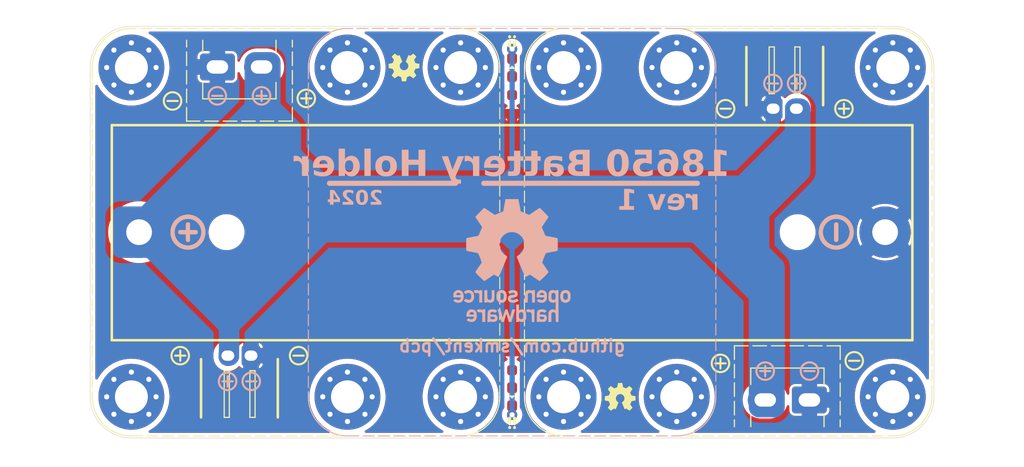
<source format=kicad_pcb>
(kicad_pcb (version 20240108) (generator "pcbnew") (generator_version "8.0")
  (layers (0 "F.Cu" signal) (31 "B.Cu" signal) (34 "B.Paste" user) (35 "F.Paste" user) (36 "B.SilkS" user "B.Silkscreen") (37 "F.SilkS" user "F.Silkscreen") (38 "B.Mask" user) (39 "F.Mask" user) (44 "Edge.Cuts" user))
  (net 0 "")
  (net 1 "B+")
  (net 2 "B-")
  (net 3 "Net-(LED1-A)")
  (net 4 "Net-(LED2-A)")
  (footprint "MountingHole:MountingHole_3.2mm_M3_Pad_Via" (layer "F.Cu") (at 207 44)
    (property "Reference" "REF**" (hide yes))
    (property "Value" "MountingHole_3.2mm_M3_Pad_Via")
    (pad "1" thru_hole circle (at -2.4 0) (size 0.8 0.8) (drill 0.5) (layers "*.Cu" "*.Mask"))
    (pad "1" thru_hole circle (at -1.697056 -1.697056) (size 0.8 0.8) (drill 0.5) (layers "*.Cu" "*.Mask"))
    (pad "1" thru_hole circle (at -1.697056 1.697056) (size 0.8 0.8) (drill 0.5) (layers "*.Cu" "*.Mask"))
    (pad "1" thru_hole circle (at 0 -2.4) (size 0.8 0.8) (drill 0.5) (layers "*.Cu" "*.Mask"))
    (pad "1" thru_hole circle (at 0 0) (size 6.4 6.4) (drill 3.2) (layers "*.Cu" "*.Mask"))
    (pad "1" thru_hole circle (at 0 2.4) (size 0.8 0.8) (drill 0.5) (layers "*.Cu" "*.Mask"))
    (pad "1" thru_hole circle (at 1.697056 -1.697056) (size 0.8 0.8) (drill 0.5) (layers "*.Cu" "*.Mask"))
    (pad "1" thru_hole circle (at 1.697056 1.697056) (size 0.8 0.8) (drill 0.5) (layers "*.Cu" "*.Mask"))
    (pad "1" thru_hole circle (at 2.4 0) (size 0.8 0.8) (drill 0.5) (layers "*.Cu" "*.Mask"))
  )
  (footprint "custom:R_0603_1608Metric_Pad0.98x0.95mm_HandSolder_simple" (layer "F.Cu") (at 170 47.5875 -90)
    (property "Reference" "R2" (hide yes))
    (property "Value" "5K1")
    (pad "1" smd roundrect (at -0.9125 0 270) (size 0.975 0.95) (layers "F.Cu" "F.Paste" "F.Mask") (net 4 "Net-(LED2-A)"))
    (pad "2" smd roundrect (at 0.9125 0 270) (size 0.975 0.95) (layers "F.Cu" "F.Paste" "F.Mask") (net 2 "B-"))
  )
  (footprint "graphics:oshw-logo-3mm" (layer "F.Cu") (at 180.5 76)
    (property "Reference" "G***" (hide yes))
    (property "Value" "LOGO" (hide yes))
  )
  (footprint "MountingHole:MountingHole_3.2mm_M3_Pad_Via" (layer "F.Cu") (at 175 76)
    (property "Reference" "REF**" (hide yes))
    (property "Value" "MountingHole_3.2mm_M3_Pad_Via")
    (pad "1" thru_hole circle (at -2.4 0) (size 0.8 0.8) (drill 0.5) (layers "*.Cu" "*.Mask"))
    (pad "1" thru_hole circle (at -1.697056 -1.697056) (size 0.8 0.8) (drill 0.5) (layers "*.Cu" "*.Mask"))
    (pad "1" thru_hole circle (at -1.697056 1.697056) (size 0.8 0.8) (drill 0.5) (layers "*.Cu" "*.Mask"))
    (pad "1" thru_hole circle (at 0 -2.4) (size 0.8 0.8) (drill 0.5) (layers "*.Cu" "*.Mask"))
    (pad "1" thru_hole circle (at 0 0) (size 6.4 6.4) (drill 3.2) (layers "*.Cu" "*.Mask"))
    (pad "1" thru_hole circle (at 0 2.4) (size 0.8 0.8) (drill 0.5) (layers "*.Cu" "*.Mask"))
    (pad "1" thru_hole circle (at 1.697056 -1.697056) (size 0.8 0.8) (drill 0.5) (layers "*.Cu" "*.Mask"))
    (pad "1" thru_hole circle (at 1.697056 1.697056) (size 0.8 0.8) (drill 0.5) (layers "*.Cu" "*.Mask"))
    (pad "1" thru_hole circle (at 2.4 0) (size 0.8 0.8) (drill 0.5) (layers "*.Cu" "*.Mask"))
  )
  (footprint "MountingHole:MountingHole_3.2mm_M3_Pad_Via" (layer "F.Cu") (at 165 44)
    (property "Reference" "REF**" (hide yes))
    (property "Value" "MountingHole_3.2mm_M3_Pad_Via")
    (pad "1" thru_hole circle (at -2.4 0) (size 0.8 0.8) (drill 0.5) (layers "*.Cu" "*.Mask"))
    (pad "1" thru_hole circle (at -1.697056 -1.697056) (size 0.8 0.8) (drill 0.5) (layers "*.Cu" "*.Mask"))
    (pad "1" thru_hole circle (at -1.697056 1.697056) (size 0.8 0.8) (drill 0.5) (layers "*.Cu" "*.Mask"))
    (pad "1" thru_hole circle (at 0 -2.4) (size 0.8 0.8) (drill 0.5) (layers "*.Cu" "*.Mask"))
    (pad "1" thru_hole circle (at 0 0) (size 6.4 6.4) (drill 3.2) (layers "*.Cu" "*.Mask"))
    (pad "1" thru_hole circle (at 0 2.4) (size 0.8 0.8) (drill 0.5) (layers "*.Cu" "*.Mask"))
    (pad "1" thru_hole circle (at 1.697056 -1.697056) (size 0.8 0.8) (drill 0.5) (layers "*.Cu" "*.Mask"))
    (pad "1" thru_hole circle (at 1.697056 1.697056) (size 0.8 0.8) (drill 0.5) (layers "*.Cu" "*.Mask"))
    (pad "1" thru_hole circle (at 2.4 0) (size 0.8 0.8) (drill 0.5) (layers "*.Cu" "*.Mask"))
  )
  (footprint "custom:Conn_Combo_JST-1x02-XH_PH-THT-pad2gnd" (layer "F.Cu") (at 196.5 48 180)
    (property "Reference" "J2" (hide yes))
    (property "Value" "JST XH/PH")
    (pad "1" thru_hole oval (at -1.125 0 180) (size 1.8 2) (drill oval 1.25 1) (layers "*.Cu" "*.Mask") (net 1 "B+"))
    (pad "2" thru_hole roundrect (at 1.125 0 180) (size 1.8 2) (drill oval 1.25 1) (layers "*.Cu" "*.Mask") (roundrect_rratio 0.1388888889) (net 2 "B-"))
  )
  (footprint "MountingHole:MountingHole_3.2mm_M3_Pad_Via" (layer "F.Cu") (at 175 44)
    (property "Reference" "REF**" (hide yes))
    (property "Value" "MountingHole_3.2mm_M3_Pad_Via")
    (pad "1" thru_hole circle (at -2.4 0) (size 0.8 0.8) (drill 0.5) (layers "*.Cu" "*.Mask"))
    (pad "1" thru_hole circle (at -1.697056 -1.697056) (size 0.8 0.8) (drill 0.5) (layers "*.Cu" "*.Mask"))
    (pad "1" thru_hole circle (at -1.697056 1.697056) (size 0.8 0.8) (drill 0.5) (layers "*.Cu" "*.Mask"))
    (pad "1" thru_hole circle (at 0 -2.4) (size 0.8 0.8) (drill 0.5) (layers "*.Cu" "*.Mask"))
    (pad "1" thru_hole circle (at 0 0) (size 6.4 6.4) (drill 3.2) (layers "*.Cu" "*.Mask"))
    (pad "1" thru_hole circle (at 0 2.4) (size 0.8 0.8) (drill 0.5) (layers "*.Cu" "*.Mask"))
    (pad "1" thru_hole circle (at 1.697056 -1.697056) (size 0.8 0.8) (drill 0.5) (layers "*.Cu" "*.Mask"))
    (pad "1" thru_hole circle (at 1.697056 1.697056) (size 0.8 0.8) (drill 0.5) (layers "*.Cu" "*.Mask"))
    (pad "1" thru_hole circle (at 2.4 0) (size 0.8 0.8) (drill 0.5) (layers "*.Cu" "*.Mask"))
  )
  (footprint "MountingHole:MountingHole_3.2mm_M3_Pad_Via" (layer "F.Cu") (at 154 44)
    (property "Reference" "REF**" (hide yes))
    (property "Value" "MountingHole_3.2mm_M3_Pad_Via")
    (pad "1" thru_hole circle (at -2.4 0) (size 0.8 0.8) (drill 0.5) (layers "*.Cu" "*.Mask"))
    (pad "1" thru_hole circle (at -1.697056 -1.697056) (size 0.8 0.8) (drill 0.5) (layers "*.Cu" "*.Mask"))
    (pad "1" thru_hole circle (at -1.697056 1.697056) (size 0.8 0.8) (drill 0.5) (layers "*.Cu" "*.Mask"))
    (pad "1" thru_hole circle (at 0 -2.4) (size 0.8 0.8) (drill 0.5) (layers "*.Cu" "*.Mask"))
    (pad "1" thru_hole circle (at 0 0) (size 6.4 6.4) (drill 3.2) (layers "*.Cu" "*.Mask"))
    (pad "1" thru_hole circle (at 0 2.4) (size 0.8 0.8) (drill 0.5) (layers "*.Cu" "*.Mask"))
    (pad "1" thru_hole circle (at 1.697056 -1.697056) (size 0.8 0.8) (drill 0.5) (layers "*.Cu" "*.Mask"))
    (pad "1" thru_hole circle (at 1.697056 1.697056) (size 0.8 0.8) (drill 0.5) (layers "*.Cu" "*.Mask"))
    (pad "1" thru_hole circle (at 2.4 0) (size 0.8 0.8) (drill 0.5) (layers "*.Cu" "*.Mask"))
  )
  (footprint "custom:LED_0603_1608Metric_Pad1.05x0.95mm_HandSolder_simple" (layer "F.Cu") (at 170 76 90)
    (property "Reference" "LED1" (hide yes))
    (property "Value" "Red")
    (pad "1" smd roundrect (at -0.875 0 90) (size 1.05 0.95) (layers "F.Cu" "F.Paste" "F.Mask") (net 1 "B+"))
    (pad "2" smd roundrect (at 0.875 0 90) (size 1.05 0.95) (layers "F.Cu" "F.Paste" "F.Mask") (net 3 "Net-(LED1-A)"))
  )
  (footprint "MountingHole:MountingHole_3.2mm_M3_Pad_Via" (layer "F.Cu") (at 133 76)
    (property "Reference" "REF**" (hide yes))
    (property "Value" "MountingHole_3.2mm_M3_Pad_Via")
    (pad "1" thru_hole circle (at -2.4 0) (size 0.8 0.8) (drill 0.5) (layers "*.Cu" "*.Mask"))
    (pad "1" thru_hole circle (at -1.697056 -1.697056) (size 0.8 0.8) (drill 0.5) (layers "*.Cu" "*.Mask"))
    (pad "1" thru_hole circle (at -1.697056 1.697056) (size 0.8 0.8) (drill 0.5) (layers "*.Cu" "*.Mask"))
    (pad "1" thru_hole circle (at 0 -2.4) (size 0.8 0.8) (drill 0.5) (layers "*.Cu" "*.Mask"))
    (pad "1" thru_hole circle (at 0 0) (size 6.4 6.4) (drill 3.2) (layers "*.Cu" "*.Mask"))
    (pad "1" thru_hole circle (at 0 2.4) (size 0.8 0.8) (drill 0.5) (layers "*.Cu" "*.Mask"))
    (pad "1" thru_hole circle (at 1.697056 -1.697056) (size 0.8 0.8) (drill 0.5) (layers "*.Cu" "*.Mask"))
    (pad "1" thru_hole circle (at 1.697056 1.697056) (size 0.8 0.8) (drill 0.5) (layers "*.Cu" "*.Mask"))
    (pad "1" thru_hole circle (at 2.4 0) (size 0.8 0.8) (drill 0.5) (layers "*.Cu" "*.Mask"))
  )
  (footprint "MountingHole:MountingHole_3.2mm_M3_Pad_Via" (layer "F.Cu") (at 186 76)
    (property "Reference" "REF**" (hide yes))
    (property "Value" "MountingHole_3.2mm_M3_Pad_Via")
    (pad "1" thru_hole circle (at -2.4 0) (size 0.8 0.8) (drill 0.5) (layers "*.Cu" "*.Mask"))
    (pad "1" thru_hole circle (at -1.697056 -1.697056) (size 0.8 0.8) (drill 0.5) (layers "*.Cu" "*.Mask"))
    (pad "1" thru_hole circle (at -1.697056 1.697056) (size 0.8 0.8) (drill 0.5) (layers "*.Cu" "*.Mask"))
    (pad "1" thru_hole circle (at 0 -2.4) (size 0.8 0.8) (drill 0.5) (layers "*.Cu" "*.Mask"))
    (pad "1" thru_hole circle (at 0 0) (size 6.4 6.4) (drill 3.2) (layers "*.Cu" "*.Mask"))
    (pad "1" thru_hole circle (at 0 2.4) (size 0.8 0.8) (drill 0.5) (layers "*.Cu" "*.Mask"))
    (pad "1" thru_hole circle (at 1.697056 -1.697056) (size 0.8 0.8) (drill 0.5) (layers "*.Cu" "*.Mask"))
    (pad "1" thru_hole circle (at 1.697056 1.697056) (size 0.8 0.8) (drill 0.5) (layers "*.Cu" "*.Mask"))
    (pad "1" thru_hole circle (at 2.4 0) (size 0.8 0.8) (drill 0.5) (layers "*.Cu" "*.Mask"))
  )
  (footprint "MountingHole:MountingHole_3.2mm_M3_Pad_Via" (layer "F.Cu") (at 165 76)
    (property "Reference" "REF**" (hide yes))
    (property "Value" "MountingHole_3.2mm_M3_Pad_Via")
    (pad "1" thru_hole circle (at -2.4 0) (size 0.8 0.8) (drill 0.5) (layers "*.Cu" "*.Mask"))
    (pad "1" thru_hole circle (at -1.697056 -1.697056) (size 0.8 0.8) (drill 0.5) (layers "*.Cu" "*.Mask"))
    (pad "1" thru_hole circle (at -1.697056 1.697056) (size 0.8 0.8) (drill 0.5) (layers "*.Cu" "*.Mask"))
    (pad "1" thru_hole circle (at 0 -2.4) (size 0.8 0.8) (drill 0.5) (layers "*.Cu" "*.Mask"))
    (pad "1" thru_hole circle (at 0 0) (size 6.4 6.4) (drill 3.2) (layers "*.Cu" "*.Mask"))
    (pad "1" thru_hole circle (at 0 2.4) (size 0.8 0.8) (drill 0.5) (layers "*.Cu" "*.Mask"))
    (pad "1" thru_hole circle (at 1.697056 -1.697056) (size 0.8 0.8) (drill 0.5) (layers "*.Cu" "*.Mask"))
    (pad "1" thru_hole circle (at 1.697056 1.697056) (size 0.8 0.8) (drill 0.5) (layers "*.Cu" "*.Mask"))
    (pad "1" thru_hole circle (at 2.4 0) (size 0.8 0.8) (drill 0.5) (layers "*.Cu" "*.Mask"))
  )
  (footprint "MountingHole:MountingHole_3.2mm_M3_Pad_Via" (layer "F.Cu") (at 186 44)
    (property "Reference" "REF**" (hide yes))
    (property "Value" "MountingHole_3.2mm_M3_Pad_Via")
    (pad "1" thru_hole circle (at -2.4 0) (size 0.8 0.8) (drill 0.5) (layers "*.Cu" "*.Mask"))
    (pad "1" thru_hole circle (at -1.697056 -1.697056) (size 0.8 0.8) (drill 0.5) (layers "*.Cu" "*.Mask"))
    (pad "1" thru_hole circle (at -1.697056 1.697056) (size 0.8 0.8) (drill 0.5) (layers "*.Cu" "*.Mask"))
    (pad "1" thru_hole circle (at 0 -2.4) (size 0.8 0.8) (drill 0.5) (layers "*.Cu" "*.Mask"))
    (pad "1" thru_hole circle (at 0 0) (size 6.4 6.4) (drill 3.2) (layers "*.Cu" "*.Mask"))
    (pad "1" thru_hole circle (at 0 2.4) (size 0.8 0.8) (drill 0.5) (layers "*.Cu" "*.Mask"))
    (pad "1" thru_hole circle (at 1.697056 -1.697056) (size 0.8 0.8) (drill 0.5) (layers "*.Cu" "*.Mask"))
    (pad "1" thru_hole circle (at 1.697056 1.697056) (size 0.8 0.8) (drill 0.5) (layers "*.Cu" "*.Mask"))
    (pad "1" thru_hole circle (at 2.4 0) (size 0.8 0.8) (drill 0.5) (layers "*.Cu" "*.Mask"))
  )
  (footprint "MountingHole:MountingHole_3.2mm_M3_Pad_Via" (layer "F.Cu") (at 207 76)
    (property "Reference" "REF**" (hide yes))
    (property "Value" "MountingHole_3.2mm_M3_Pad_Via")
    (pad "1" thru_hole circle (at -2.4 0) (size 0.8 0.8) (drill 0.5) (layers "*.Cu" "*.Mask"))
    (pad "1" thru_hole circle (at -1.697056 -1.697056) (size 0.8 0.8) (drill 0.5) (layers "*.Cu" "*.Mask"))
    (pad "1" thru_hole circle (at -1.697056 1.697056) (size 0.8 0.8) (drill 0.5) (layers "*.Cu" "*.Mask"))
    (pad "1" thru_hole circle (at 0 -2.4) (size 0.8 0.8) (drill 0.5) (layers "*.Cu" "*.Mask"))
    (pad "1" thru_hole circle (at 0 0) (size 6.4 6.4) (drill 3.2) (layers "*.Cu" "*.Mask"))
    (pad "1" thru_hole circle (at 0 2.4) (size 0.8 0.8) (drill 0.5) (layers "*.Cu" "*.Mask"))
    (pad "1" thru_hole circle (at 1.697056 -1.697056) (size 0.8 0.8) (drill 0.5) (layers "*.Cu" "*.Mask"))
    (pad "1" thru_hole circle (at 1.697056 1.697056) (size 0.8 0.8) (drill 0.5) (layers "*.Cu" "*.Mask"))
    (pad "1" thru_hole circle (at 2.4 0) (size 0.8 0.8) (drill 0.5) (layers "*.Cu" "*.Mask"))
  )
  (footprint "MountingHole:MountingHole_3.2mm_M3_Pad_Via" (layer "F.Cu") (at 133 44)
    (property "Reference" "REF**" (hide yes))
    (property "Value" "MountingHole_3.2mm_M3_Pad_Via")
    (pad "1" thru_hole circle (at -2.4 0) (size 0.8 0.8) (drill 0.5) (layers "*.Cu" "*.Mask"))
    (pad "1" thru_hole circle (at -1.697056 -1.697056) (size 0.8 0.8) (drill 0.5) (layers "*.Cu" "*.Mask"))
    (pad "1" thru_hole circle (at -1.697056 1.697056) (size 0.8 0.8) (drill 0.5) (layers "*.Cu" "*.Mask"))
    (pad "1" thru_hole circle (at 0 -2.4) (size 0.8 0.8) (drill 0.5) (layers "*.Cu" "*.Mask"))
    (pad "1" thru_hole circle (at 0 0) (size 6.4 6.4) (drill 3.2) (layers "*.Cu" "*.Mask"))
    (pad "1" thru_hole circle (at 0 2.4) (size 0.8 0.8) (drill 0.5) (layers "*.Cu" "*.Mask"))
    (pad "1" thru_hole circle (at 1.697056 -1.697056) (size 0.8 0.8) (drill 0.5) (layers "*.Cu" "*.Mask"))
    (pad "1" thru_hole circle (at 1.697056 1.697056) (size 0.8 0.8) (drill 0.5) (layers "*.Cu" "*.Mask"))
    (pad "1" thru_hole circle (at 2.4 0) (size 0.8 0.8) (drill 0.5) (layers "*.Cu" "*.Mask"))
  )
  (footprint "MountingHole:MountingHole_3.2mm_M3_Pad_Via" (layer "F.Cu") (at 154 76)
    (property "Reference" "REF**" (hide yes))
    (property "Value" "MountingHole_3.2mm_M3_Pad_Via")
    (pad "1" thru_hole circle (at -2.4 0) (size 0.8 0.8) (drill 0.5) (layers "*.Cu" "*.Mask"))
    (pad "1" thru_hole circle (at -1.697056 -1.697056) (size 0.8 0.8) (drill 0.5) (layers "*.Cu" "*.Mask"))
    (pad "1" thru_hole circle (at -1.697056 1.697056) (size 0.8 0.8) (drill 0.5) (layers "*.Cu" "*.Mask"))
    (pad "1" thru_hole circle (at 0 -2.4) (size 0.8 0.8) (drill 0.5) (layers "*.Cu" "*.Mask"))
    (pad "1" thru_hole circle (at 0 0) (size 6.4 6.4) (drill 3.2) (layers "*.Cu" "*.Mask"))
    (pad "1" thru_hole circle (at 0 2.4) (size 0.8 0.8) (drill 0.5) (layers "*.Cu" "*.Mask"))
    (pad "1" thru_hole circle (at 1.697056 -1.697056) (size 0.8 0.8) (drill 0.5) (layers "*.Cu" "*.Mask"))
    (pad "1" thru_hole circle (at 1.697056 1.697056) (size 0.8 0.8) (drill 0.5) (layers "*.Cu" "*.Mask"))
    (pad "1" thru_hole circle (at 2.4 0) (size 0.8 0.8) (drill 0.5) (layers "*.Cu" "*.Mask"))
  )
  (footprint "custom:R_0603_1608Metric_Pad0.98x0.95mm_HandSolder_simple" (layer "F.Cu") (at 170 72.5 90)
    (property "Reference" "R1" (hide yes))
    (property "Value" "5K1")
    (pad "1" smd roundrect (at -0.9125 0 90) (size 0.975 0.95) (layers "F.Cu" "F.Paste" "F.Mask") (net 3 "Net-(LED1-A)"))
    (pad "2" smd roundrect (at 0.9125 0 90) (size 0.975 0.95) (layers "F.Cu" "F.Paste" "F.Mask") (net 2 "B-"))
  )
  (footprint "graphics:oshw-logo-3mm" (layer "F.Cu") (at 159.5 44 180)
    (property "Reference" "G***" (hide yes))
    (property "Value" "LOGO" (hide yes))
  )
  (footprint "custom:Conn_Combo_JST-1x02-XH_PH-THT-pad2gnd" (layer "F.Cu") (at 143.5 72)
    (property "Reference" "J1" (hide yes))
    (property "Value" "JST XH/PH")
    (pad "1" thru_hole oval (at -1.125 0) (size 1.8 2) (drill oval 1.25 1) (layers "*.Cu" "*.Mask") (net 1 "B+"))
    (pad "2" thru_hole roundrect (at 1.125 0) (size 1.8 2) (drill oval 1.25 1) (layers "*.Cu" "*.Mask") (roundrect_rratio 0.1388888889) (net 2 "B-"))
  )
  (footprint "custom:BAT-TH_18650-A5BJ001_large_vias" (layer "F.Cu") (at 170 60)
    (property "Reference" "BT1" (hide yes))
    (property "Value" "Battery_Cell")
    (pad "" np_thru_hole circle (at -27.75 0) (size 3 3) (drill 3) (layers "F&B.Cu" "*.Mask"))
    (pad "" np_thru_hole circle (at 27.75 0) (size 3 3) (drill 3) (layers "F&B.Cu" "*.Mask"))
    (pad "1" thru_hole circle (at -36.25 0) (size 5 5) (drill 2.5) (layers "*.Cu" "*.Mask") (net 1 "B+"))
    (pad "2" thru_hole circle (at 36.25 0) (size 5 5) (drill 2.5) (layers "*.Cu" "*.Mask") (net 2 "B-"))
  )
  (footprint "custom:Conn_Combo_TerminalBlock_P3.5-P5.08_1x02_pad2gnd" (layer "F.Cu") (at 146.045 43.945 180)
    (property "Reference" "J4" (hide yes))
    (property "Value" "Screw_Terminal_01x02")
    (pad "1" thru_hole oval (at 0.395 0 180) (size 3.39 2.6) (drill oval 2.09 1.3) (layers "*.Cu" "*.Mask") (net 1 "B+"))
    (pad "2" thru_hole roundrect (at 4.685 0 180) (size 3.39 2.6) (drill oval 2.09 1.3) (layers "*.Cu" "*.Mask") (roundrect_rratio 0.125) (net 2 "B-"))
  )
  (footprint "custom:LED_0603_1608Metric_Pad1.05x0.95mm_HandSolder_simple" (layer "F.Cu") (at 170 44 -90)
    (property "Reference" "LED2" (hide yes))
    (property "Value" "Red")
    (pad "1" smd roundrect (at -0.875 0 270) (size 1.05 0.95) (layers "F.Cu" "F.Paste" "F.Mask") (net 1 "B+"))
    (pad "2" smd roundrect (at 0.875 0 270) (size 1.05 0.95) (layers "F.Cu" "F.Paste" "F.Mask") (net 4 "Net-(LED2-A)"))
  )
  (footprint "custom:Conn_Combo_TerminalBlock_P3.5-P5.08_1x02_pad2gnd" (layer "F.Cu") (at 194.205 76.305)
    (property "Reference" "J3" (hide yes))
    (property "Value" "Screw_Terminal_01x02")
    (pad "1" thru_hole oval (at 0.395 0) (size 3.39 2.6) (drill oval 2.09 1.3) (layers "*.Cu" "*.Mask") (net 1 "B+"))
    (pad "2" thru_hole roundrect (at 4.685 0) (size 3.39 2.6) (drill oval 2.09 1.3) (layers "*.Cu" "*.Mask") (roundrect_rratio 0.125) (net 2 "B-"))
  )
  (footprint "Symbol:OSHW-Logo_11.4x12mm_SilkScreen" (layer "B.Cu") (at 170 62.75 180)
    (property "Reference" "REF**" (hide yes))
    (property "Value" "OSHW-Logo_11.4x12mm_SilkScreen" (hide yes))
  )
  (gr_line (start 197.65 45.05) (end 197.65 46.05) (stroke (width 0.2)) (layer "B.SilkS"))
  (gr_line (start 145.65 46.25) (end 145.65 47.25) (stroke (width 0.2)) (layer "B.SilkS"))
  (gr_line (start 145.15 46.75) (end 146.15 46.75) (stroke (width 0.2)) (layer "B.SilkS"))
  (gr_circle (center 144.65 74.5) (end 143.8 74.5) (stroke (width 0.2)) (fill none) (layer "B.SilkS"))
  (gr_line (start 197.15 45.55) (end 198.15 45.55) (stroke (width 0.2)) (layer "B.SilkS"))
  (gr_line (start 142.35 75) (end 142.35 74) (stroke (width 0.2)) (layer "B.SilkS"))
  (gr_line (start 201.5 59.25) (end 201.5 60.75) (stroke (width 0.4)) (layer "B.SilkS"))
  (gr_poly (pts (arc (start 150.2 76) (mid 151.312994 78.687006) (end 154 79.8)) (arc (start 186 79.8) (mid 188.687006 78.687006) (end 189.8 76)) (arc (start 189.8 44) (mid 188.687006 41.312994) (end 186 40.2)) (arc (start 154 40.2) (mid 151.312994 41.312994) (end 150.2 44))) (stroke (width 0.1) (type dash)) (fill none) (layer "B.SilkS"))
  (gr_line (start 194.6 74) (end 194.6 73) (stroke (width 0.2)) (layer "B.SilkS"))
  (gr_circle (center 138.5 60) (end 137 60) (stroke (width 0.4)) (fill none) (layer "B.SilkS"))
  (gr_circle (center 145.65 46.75) (end 146.5 46.75) (stroke (width 0.2)) (fill none) (layer "B.SilkS"))
  (gr_line (start 140.85 46.75) (end 141.85 46.75) (stroke (width 0.2)) (layer "B.SilkS"))
  (gr_circle (center 197.65 45.55) (end 198.5 45.55) (stroke (width 0.2)) (fill none) (layer "B.SilkS"))
  (gr_line (start 145.15 74.5) (end 144.15 74.5) (stroke (width 0.2)) (layer "B.SilkS"))
  (gr_circle (center 195.35 45.55) (end 196.2 45.55) (stroke (width 0.2)) (fill none) (layer "B.SilkS"))
  (gr_circle (center 142.35 74.5) (end 141.5 74.5) (stroke (width 0.2)) (fill none) (layer "B.SilkS"))
  (gr_line (start 138.5 59.25) (end 138.5 60.75) (stroke (width 0.4)) (layer "B.SilkS"))
  (gr_circle (center 141.35 46.75) (end 142.2 46.75) (stroke (width 0.2)) (fill none) (layer "B.SilkS"))
  (gr_line (start 139.25 60) (end 137.75 60) (stroke (width 0.4)) (layer "B.SilkS"))
  (gr_line (start 152.25 55.25) (end 164.5 55.25) (stroke (width 0.5)) (layer "B.SilkS"))
  (gr_line (start 199.4 73.5) (end 198.4 73.5) (stroke (width 0.2)) (layer "B.SilkS"))
  (gr_circle (center 194.6 73.5) (end 193.75 73.5) (stroke (width 0.2)) (fill none) (layer "B.SilkS"))
  (gr_line (start 194.85 45.55) (end 195.85 45.55) (stroke (width 0.2)) (layer "B.SilkS"))
  (gr_line (start 188 55.25) (end 167.25 55.25) (stroke (width 0.5)) (layer "B.SilkS"))
  (gr_circle (center 198.9 73.5) (end 198.05 73.5) (stroke (width 0.2)) (fill none) (layer "B.SilkS"))
  (gr_circle (center 201.5 60) (end 200 60) (stroke (width 0.4)) (fill none) (layer "B.SilkS"))
  (gr_line (start 142.85 74.5) (end 141.85 74.5) (stroke (width 0.2)) (layer "B.SilkS"))
  (gr_line (start 195.1 73.5) (end 194.1 73.5) (stroke (width 0.2)) (layer "B.SilkS"))
  (gr_poly (pts (arc (start 129.2 76) (mid 130.312994 78.687006) (end 133 79.8)) (arc (start 165 79.8) (mid 167.687006 78.687006) (end 168.8 76)) (arc (start 168.8 44) (mid 167.687006 41.312994) (end 165 40.2)) (arc (start 133 40.2) (mid 130.312994 41.312994) (end 129.2 44))) (stroke (width 0.1) (type dash)) (fill none) (layer "F.SilkS"))
  (gr_line (start 202.75 48) (end 201.75 48) (stroke (width 0.2)) (layer "F.SilkS"))
  (gr_circle (center 190.25 72.75) (end 191.1 72.75) (stroke (width 0.2)) (fill none) (layer "F.SilkS"))
  (gr_line (start 150.5 47) (end 149.5 47) (stroke (width 0.2)) (layer "F.SilkS"))
  (gr_line (start 150 46.5) (end 150 47.5) (stroke (width 0.2)) (layer "F.SilkS"))
  (gr_line (start 137.5 47.25) (end 136.5 47.25) (stroke (width 0.2)) (layer "F.SilkS"))
  (gr_line (start 202.25 47.5) (end 202.25 48.5) (stroke (width 0.2)) (layer "F.SilkS"))
  (gr_circle (center 138.5 60) (end 140 60) (stroke (width 0.4)) (fill none) (layer "F.SilkS"))
  (gr_circle (center 201.5 60) (end 203 60) (stroke (width 0.4)) (fill none) (layer "F.SilkS"))
  (gr_line (start 201.5 59.25) (end 201.5 60.75) (stroke (width 0.4)) (layer "F.SilkS"))
  (gr_circle (center 203.25 72.5) (end 204.1 72.5) (stroke (width 0.2)) (fill none) (layer "F.SilkS"))
  (gr_line (start 202.75 72.5) (end 203.75 72.5) (stroke (width 0.2)) (layer "F.SilkS"))
  (gr_line (start 137.75 60) (end 139.25 60) (stroke (width 0.4)) (layer "F.SilkS"))
  (gr_line (start 190.25 73.25) (end 190.25 72.25) (stroke (width 0.2)) (layer "F.SilkS"))
  (gr_circle (center 150 47) (end 149.15 47) (stroke (width 0.2)) (fill none) (layer "F.SilkS"))
  (gr_circle (center 149.25 72) (end 150.1 72) (stroke (width 0.2)) (fill none) (layer "F.SilkS"))
  (gr_line (start 137.25 72) (end 138.25 72) (stroke (width 0.2)) (layer "F.SilkS"))
  (gr_line (start 189.75 72.75) (end 190.75 72.75) (stroke (width 0.2)) (layer "F.SilkS"))
  (gr_circle (center 202.25 48) (end 201.4 48) (stroke (width 0.2)) (fill none) (layer "F.SilkS"))
  (gr_line (start 137.75 72.5) (end 137.75 71.5) (stroke (width 0.2)) (layer "F.SilkS"))
  (gr_circle (center 137.75 72) (end 138.6 72) (stroke (width 0.2)) (fill none) (layer "F.SilkS"))
  (gr_circle (center 137 47.25) (end 136.15 47.25) (stroke (width 0.2)) (fill none) (layer "F.SilkS"))
  (gr_poly (pts (arc (start 171.202569 76) (mid 172.315563 78.687006) (end 175.002569 79.8)) (arc (start 207.002569 79.8) (mid 209.689575 78.687006) (end 210.802569 76)) (arc (start 210.802569 44) (mid 209.689575 41.312994) (end 207.002569 40.2)) (arc (start 175.002569 40.2) (mid 172.315563 41.312994) (end 171.202569 44))) (stroke (width 0.1) (type dash)) (fill none) (layer "F.SilkS"))
  (gr_circle (center 190.75 48) (end 189.9 48) (stroke (width 0.2)) (fill none) (layer "F.SilkS"))
  (gr_line (start 138.5 59.25) (end 138.5 60.75) (stroke (width 0.4)) (layer "F.SilkS"))
  (gr_line (start 148.75 72) (end 149.75 72) (stroke (width 0.2)) (layer "F.SilkS"))
  (gr_line (start 191.25 48) (end 190.25 48) (stroke (width 0.2)) (layer "F.SilkS"))
  (gr_poly (pts (arc (start 207 80) (mid 209.828427 78.828427) (end 211 76)) (arc (start 211 44) (mid 209.828427 41.171573) (end 207 40)) (arc (start 133 40) (mid 130.171573 41.171573) (end 129 44)) (arc (start 129 76) (mid 130.171573 78.828427) (end 133 80))) (stroke (width 0.05)) (fill none) (layer "Edge.Cuts"))
  (gr_text "2024" (at 152 56.75 0) (layer "B.SilkS") (effects (font (size 1.4 1.4) (thickness 0.24) (bold yes)) (justify right mirror)))
  (gr_text "github.com/smkent/pcb" (at 170 71.75 -0) (layer "B.SilkS") (effects (font (size 1.2 1.2) (thickness 0.24) (bold yes)) (justify bottom mirror)))
  (gr_text "18650 Battery Holder" (at 170 53.5 0) (layer "B.SilkS") (effects (font (size 2.5 2.5) (thickness 0.5) (bold yes)) (justify mirror)))
  (gr_text "rev 1" (at 188.25 57 0) (layer "B.SilkS") (effects (font (size 2 2) (thickness 0.24) (bold yes)) (justify left mirror)))
  (gr_text "!!" (at 170 78 0) (layer "F.SilkS") (effects (font (size 1 1) (thickness 0.2) (bold yes)) (justify top)))
  (gr_text "!!" (at 170 42 180) (layer "F.SilkS") (effects (font (size 1 1) (thickness 0.2) (bold yes)) (justify top)))
  (segment (start 170 43.125) (end 170 42.2) (width 0.5) (layer "F.Cu") (net 1))
  (segment (start 170 76.875) (end 170 77.75) (width 0.5) (layer "F.Cu") (net 1))
  (via (at 170 77.75) (size 1) (drill 0.5) (layers "F.Cu" "B.Cu") (net 1))
  (via (at 170 42.2) (size 1) (drill 0.5) (layers "F.Cu" "B.Cu") (net 1))
  (segment (start 170 42.2) (end 170 77.75) (width 0.5) (layer "B.Cu") (net 1))
  (segment (start 170 73.4125) (end 170 75.125) (width 0.5) (layer "F.Cu") (net 3))
  (segment (start 170 44.875) (end 170 46.675) (width 0.5) (layer "F.Cu") (net 4))
  (zone (net 2) (net_name "B-") (layers "F&B.Cu") (connect_pads (clearance 0.5)) (min_thickness 0.25) (fill yes (thermal_gap 0.25) (thermal_bridge_width 1.5))
    (polygon (pts (xy 129 40) (xy 211 40) (xy 211 80) (xy 129 80)))
  )
  (zone (net 1) (net_name "B+") (layer "B.Cu") (priority 1) (connect_pads yes (clearance 0.25)) (min_thickness 0.25) (fill yes (thermal_gap 0.25) (thermal_bridge_width 1.5) (smoothing fillet) (radius 1))
    (polygon (pts (xy 147.5 42.5) (xy 147.5 47.5) (xy 149.5 49.5) (xy 149.5 52) (xy 152 54.5) (xy 169 54.5) (xy 170 53.5) (xy 171 54.5) (xy 192 54.5) (xy 196.5 50) (xy 196.5 47) (xy 199 47) (xy 199 50) (xy 199 54.5) (xy 195 58.5) (xy 195 61.5) (xy 196.5 63) (xy 196.5 78) (xy 193 78) (xy 193 66.5) (xy 187.5 61) (xy 171 61) (xy 170 62) (xy 169 61) (xy 152 61) (xy 149.5 63.5) (xy 143.5 69.5) (xy 143.5 73) (xy 141.5 73) (xy 141.5 69.5) (xy 134.5 62.5) (xy 131 62.5) (xy 131 57.5) (xy 134 57.5) (xy 144 47.5) (xy 144 42.5)))
  )
)
</source>
